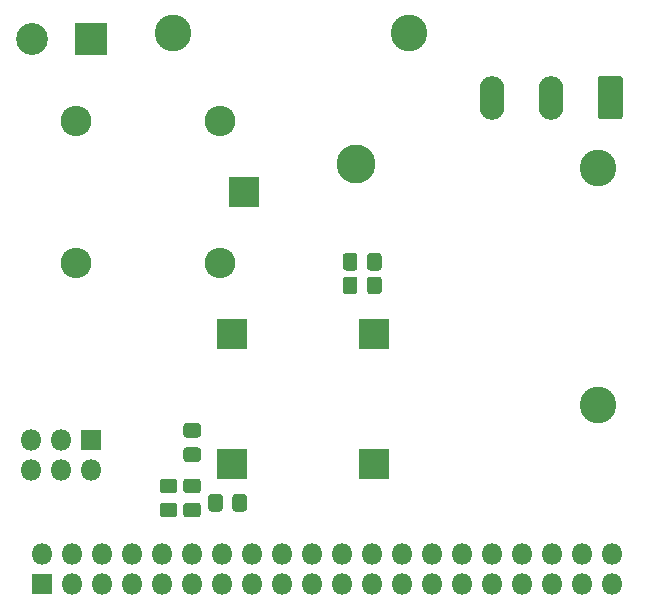
<source format=gbr>
%TF.GenerationSoftware,KiCad,Pcbnew,(5.1.6)-1*%
%TF.CreationDate,2020-09-02T14:56:51+09:00*%
%TF.ProjectId,attiny1614_accsupervisor,61747469-6e79-4313-9631-345f61636373,r01*%
%TF.SameCoordinates,Original*%
%TF.FileFunction,Soldermask,Top*%
%TF.FilePolarity,Negative*%
%FSLAX46Y46*%
G04 Gerber Fmt 4.6, Leading zero omitted, Abs format (unit mm)*
G04 Created by KiCad (PCBNEW (5.1.6)-1) date 2020-09-02 14:56:51*
%MOMM*%
%LPD*%
G01*
G04 APERTURE LIST*
%ADD10C,3.100000*%
%ADD11R,2.600000X2.600000*%
%ADD12O,2.100000X3.700000*%
%ADD13R,2.700000X2.700000*%
%ADD14C,2.700000*%
%ADD15R,1.800000X1.800000*%
%ADD16O,1.800000X1.800000*%
%ADD17O,2.600000X2.600000*%
%ADD18C,3.300000*%
G04 APERTURE END LIST*
D10*
%TO.C,F1*%
X226000000Y-52500000D03*
X206000000Y-52500000D03*
%TD*%
%TO.C,F2*%
X242000000Y-84000000D03*
X242000000Y-64000000D03*
%TD*%
D11*
%TO.C,J1*%
X223000000Y-78000000D03*
X223000000Y-89000000D03*
X211000000Y-89000000D03*
X211000000Y-78000000D03*
%TD*%
%TO.C,J2*%
G36*
G01*
X244050000Y-56412500D02*
X244050000Y-59587500D01*
G75*
G02*
X243787500Y-59850000I-262500J0D01*
G01*
X242212500Y-59850000D01*
G75*
G02*
X241950000Y-59587500I0J262500D01*
G01*
X241950000Y-56412500D01*
G75*
G02*
X242212500Y-56150000I262500J0D01*
G01*
X243787500Y-56150000D01*
G75*
G02*
X244050000Y-56412500I0J-262500D01*
G01*
G37*
D12*
X238000000Y-58000000D03*
X233000000Y-58000000D03*
%TD*%
D13*
%TO.C,J3*%
X199000000Y-53000000D03*
D14*
X194000000Y-53000000D03*
%TD*%
D15*
%TO.C,J4*%
X194870000Y-99170000D03*
D16*
X194870000Y-96630000D03*
X197410000Y-99170000D03*
X197410000Y-96630000D03*
X199950000Y-99170000D03*
X199950000Y-96630000D03*
X202490000Y-99170000D03*
X202490000Y-96630000D03*
X205030000Y-99170000D03*
X205030000Y-96630000D03*
X207570000Y-99170000D03*
X207570000Y-96630000D03*
X210110000Y-99170000D03*
X210110000Y-96630000D03*
X212650000Y-99170000D03*
X212650000Y-96630000D03*
X215190000Y-99170000D03*
X215190000Y-96630000D03*
X217730000Y-99170000D03*
X217730000Y-96630000D03*
X220270000Y-99170000D03*
X220270000Y-96630000D03*
X222810000Y-99170000D03*
X222810000Y-96630000D03*
X225350000Y-99170000D03*
X225350000Y-96630000D03*
X227890000Y-99170000D03*
X227890000Y-96630000D03*
X230430000Y-99170000D03*
X230430000Y-96630000D03*
X232970000Y-99170000D03*
X232970000Y-96630000D03*
X235510000Y-99170000D03*
X235510000Y-96630000D03*
X238050000Y-99170000D03*
X238050000Y-96630000D03*
X240590000Y-99170000D03*
X240590000Y-96630000D03*
X243130000Y-99170000D03*
X243130000Y-96630000D03*
%TD*%
D15*
%TO.C,J5*%
X199000000Y-87000000D03*
D16*
X199000000Y-89540000D03*
X196460000Y-87000000D03*
X196460000Y-89540000D03*
X193920000Y-87000000D03*
X193920000Y-89540000D03*
%TD*%
D11*
%TO.C,K1*%
X212000000Y-66000000D03*
D17*
X210000000Y-60000000D03*
X197800000Y-60000000D03*
X197800000Y-72000000D03*
X210000000Y-72000000D03*
%TD*%
D18*
%TO.C,H1*%
X221500000Y-63600000D03*
%TD*%
%TO.C,C4*%
G36*
G01*
X223650000Y-71421738D02*
X223650000Y-72378262D01*
G75*
G02*
X223378262Y-72650000I-271738J0D01*
G01*
X222671738Y-72650000D01*
G75*
G02*
X222400000Y-72378262I0J271738D01*
G01*
X222400000Y-71421738D01*
G75*
G02*
X222671738Y-71150000I271738J0D01*
G01*
X223378262Y-71150000D01*
G75*
G02*
X223650000Y-71421738I0J-271738D01*
G01*
G37*
G36*
G01*
X221600000Y-71421738D02*
X221600000Y-72378262D01*
G75*
G02*
X221328262Y-72650000I-271738J0D01*
G01*
X220621738Y-72650000D01*
G75*
G02*
X220350000Y-72378262I0J271738D01*
G01*
X220350000Y-71421738D01*
G75*
G02*
X220621738Y-71150000I271738J0D01*
G01*
X221328262Y-71150000D01*
G75*
G02*
X221600000Y-71421738I0J-271738D01*
G01*
G37*
%TD*%
%TO.C,C5*%
G36*
G01*
X205121738Y-92300000D02*
X206078262Y-92300000D01*
G75*
G02*
X206350000Y-92571738I0J-271738D01*
G01*
X206350000Y-93278262D01*
G75*
G02*
X206078262Y-93550000I-271738J0D01*
G01*
X205121738Y-93550000D01*
G75*
G02*
X204850000Y-93278262I0J271738D01*
G01*
X204850000Y-92571738D01*
G75*
G02*
X205121738Y-92300000I271738J0D01*
G01*
G37*
G36*
G01*
X205121738Y-90250000D02*
X206078262Y-90250000D01*
G75*
G02*
X206350000Y-90521738I0J-271738D01*
G01*
X206350000Y-91228262D01*
G75*
G02*
X206078262Y-91500000I-271738J0D01*
G01*
X205121738Y-91500000D01*
G75*
G02*
X204850000Y-91228262I0J271738D01*
G01*
X204850000Y-90521738D01*
G75*
G02*
X205121738Y-90250000I271738J0D01*
G01*
G37*
%TD*%
%TO.C,C6*%
G36*
G01*
X207121738Y-90250000D02*
X208078262Y-90250000D01*
G75*
G02*
X208350000Y-90521738I0J-271738D01*
G01*
X208350000Y-91228262D01*
G75*
G02*
X208078262Y-91500000I-271738J0D01*
G01*
X207121738Y-91500000D01*
G75*
G02*
X206850000Y-91228262I0J271738D01*
G01*
X206850000Y-90521738D01*
G75*
G02*
X207121738Y-90250000I271738J0D01*
G01*
G37*
G36*
G01*
X207121738Y-92300000D02*
X208078262Y-92300000D01*
G75*
G02*
X208350000Y-92571738I0J-271738D01*
G01*
X208350000Y-93278262D01*
G75*
G02*
X208078262Y-93550000I-271738J0D01*
G01*
X207121738Y-93550000D01*
G75*
G02*
X206850000Y-93278262I0J271738D01*
G01*
X206850000Y-92571738D01*
G75*
G02*
X207121738Y-92300000I271738J0D01*
G01*
G37*
%TD*%
%TO.C,C7*%
G36*
G01*
X211000000Y-92778262D02*
X211000000Y-91821738D01*
G75*
G02*
X211271738Y-91550000I271738J0D01*
G01*
X211978262Y-91550000D01*
G75*
G02*
X212250000Y-91821738I0J-271738D01*
G01*
X212250000Y-92778262D01*
G75*
G02*
X211978262Y-93050000I-271738J0D01*
G01*
X211271738Y-93050000D01*
G75*
G02*
X211000000Y-92778262I0J271738D01*
G01*
G37*
G36*
G01*
X208950000Y-92778262D02*
X208950000Y-91821738D01*
G75*
G02*
X209221738Y-91550000I271738J0D01*
G01*
X209928262Y-91550000D01*
G75*
G02*
X210200000Y-91821738I0J-271738D01*
G01*
X210200000Y-92778262D01*
G75*
G02*
X209928262Y-93050000I-271738J0D01*
G01*
X209221738Y-93050000D01*
G75*
G02*
X208950000Y-92778262I0J271738D01*
G01*
G37*
%TD*%
%TO.C,C1*%
G36*
G01*
X223650000Y-73421738D02*
X223650000Y-74378262D01*
G75*
G02*
X223378262Y-74650000I-271738J0D01*
G01*
X222671738Y-74650000D01*
G75*
G02*
X222400000Y-74378262I0J271738D01*
G01*
X222400000Y-73421738D01*
G75*
G02*
X222671738Y-73150000I271738J0D01*
G01*
X223378262Y-73150000D01*
G75*
G02*
X223650000Y-73421738I0J-271738D01*
G01*
G37*
G36*
G01*
X221600000Y-73421738D02*
X221600000Y-74378262D01*
G75*
G02*
X221328262Y-74650000I-271738J0D01*
G01*
X220621738Y-74650000D01*
G75*
G02*
X220350000Y-74378262I0J271738D01*
G01*
X220350000Y-73421738D01*
G75*
G02*
X220621738Y-73150000I271738J0D01*
G01*
X221328262Y-73150000D01*
G75*
G02*
X221600000Y-73421738I0J-271738D01*
G01*
G37*
%TD*%
%TO.C,C2*%
G36*
G01*
X208078262Y-86800000D02*
X207121738Y-86800000D01*
G75*
G02*
X206850000Y-86528262I0J271738D01*
G01*
X206850000Y-85821738D01*
G75*
G02*
X207121738Y-85550000I271738J0D01*
G01*
X208078262Y-85550000D01*
G75*
G02*
X208350000Y-85821738I0J-271738D01*
G01*
X208350000Y-86528262D01*
G75*
G02*
X208078262Y-86800000I-271738J0D01*
G01*
G37*
G36*
G01*
X208078262Y-88850000D02*
X207121738Y-88850000D01*
G75*
G02*
X206850000Y-88578262I0J271738D01*
G01*
X206850000Y-87871738D01*
G75*
G02*
X207121738Y-87600000I271738J0D01*
G01*
X208078262Y-87600000D01*
G75*
G02*
X208350000Y-87871738I0J-271738D01*
G01*
X208350000Y-88578262D01*
G75*
G02*
X208078262Y-88850000I-271738J0D01*
G01*
G37*
%TD*%
M02*

</source>
